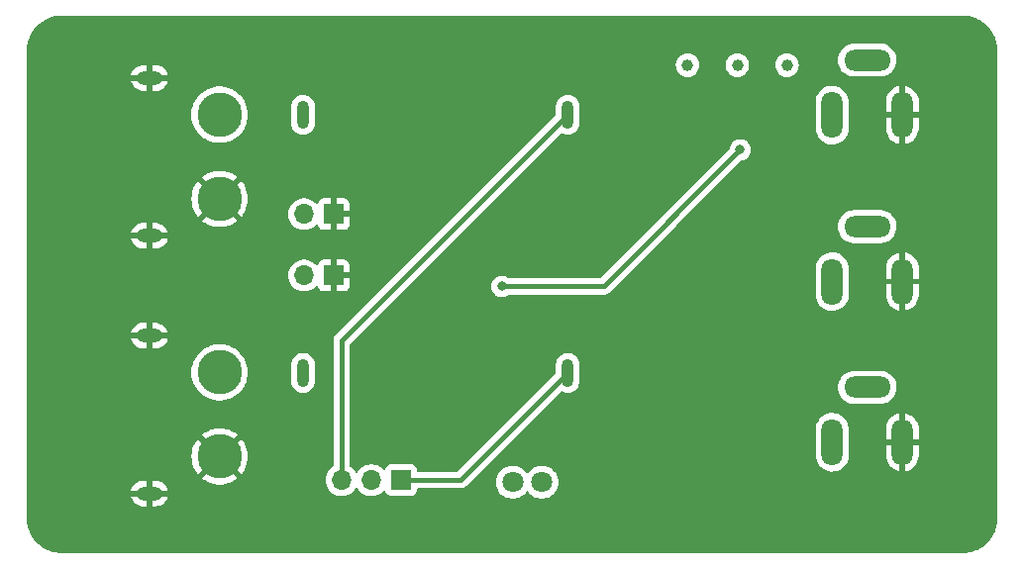
<source format=gbr>
%TF.GenerationSoftware,KiCad,Pcbnew,7.0.2*%
%TF.CreationDate,2023-07-03T14:04:12+02:00*%
%TF.ProjectId,Power Distribution,506f7765-7220-4446-9973-747269627574,V0*%
%TF.SameCoordinates,Original*%
%TF.FileFunction,Copper,L2,Bot*%
%TF.FilePolarity,Positive*%
%FSLAX46Y46*%
G04 Gerber Fmt 4.6, Leading zero omitted, Abs format (unit mm)*
G04 Created by KiCad (PCBNEW 7.0.2) date 2023-07-03 14:04:12*
%MOMM*%
%LPD*%
G01*
G04 APERTURE LIST*
%TA.AperFunction,ComponentPad*%
%ADD10R,1.700000X1.700000*%
%TD*%
%TA.AperFunction,ComponentPad*%
%ADD11O,1.700000X1.700000*%
%TD*%
%TA.AperFunction,ComponentPad*%
%ADD12C,1.000000*%
%TD*%
%TA.AperFunction,ComponentPad*%
%ADD13O,1.800000X4.000000*%
%TD*%
%TA.AperFunction,ComponentPad*%
%ADD14O,4.000000X1.800000*%
%TD*%
%TA.AperFunction,ComponentPad*%
%ADD15C,3.800000*%
%TD*%
%TA.AperFunction,ComponentPad*%
%ADD16O,2.200000X1.200000*%
%TD*%
%TA.AperFunction,ComponentPad*%
%ADD17O,1.000000X2.400000*%
%TD*%
%TA.AperFunction,ComponentPad*%
%ADD18C,1.800000*%
%TD*%
%TA.AperFunction,ViaPad*%
%ADD19C,0.800000*%
%TD*%
%TA.AperFunction,Conductor*%
%ADD20C,0.400000*%
%TD*%
G04 APERTURE END LIST*
D10*
%TO.P,J8,1,Pin_1*%
%TO.N,GND*%
X212250000Y-116750000D03*
D11*
%TO.P,J8,2,Pin_2*%
%TO.N,/AC{slash}DC output*%
X209710000Y-116750000D03*
%TD*%
D12*
%TO.P,TP1,1,1*%
%TO.N,/Switch*%
X242500000Y-104000000D03*
%TD*%
D13*
%TO.P,J3,1*%
%TO.N,/Vout*%
X254866000Y-108266000D03*
%TO.P,J3,2*%
%TO.N,GND*%
X260866000Y-108266000D03*
D14*
%TO.P,J3,3*%
%TO.N,unconnected-(J3-Pad3)*%
X257866000Y-103562000D03*
%TD*%
D13*
%TO.P,J5,1*%
%TO.N,/Vout*%
X254866000Y-136266000D03*
%TO.P,J5,2*%
%TO.N,GND*%
X260866000Y-136266000D03*
D14*
%TO.P,J5,3*%
%TO.N,unconnected-(J5-Pad3)*%
X257866000Y-131562000D03*
%TD*%
D15*
%TO.P,J1,1,V-*%
%TO.N,GND*%
X202489656Y-115439131D03*
%TO.P,J1,2,V+*%
%TO.N,/AC{slash}DC output*%
X202489656Y-108239131D03*
D16*
%TO.P,J1,3*%
%TO.N,GND*%
X196489656Y-105089131D03*
%TO.P,J1,4*%
X196489656Y-118589131D03*
%TD*%
D12*
%TO.P,TP3,1,1*%
%TO.N,/Vout*%
X251000000Y-104000000D03*
%TD*%
D17*
%TO.P,F1,1*%
%TO.N,/AC{slash}DC output*%
X209624001Y-108250000D03*
%TO.P,F1,2*%
%TO.N,/Mains*%
X232250001Y-108250000D03*
%TD*%
D13*
%TO.P,J4,1*%
%TO.N,/Vout*%
X254866000Y-122516000D03*
%TO.P,J4,2*%
%TO.N,GND*%
X260866000Y-122516000D03*
D14*
%TO.P,J4,3*%
%TO.N,unconnected-(J4-Pad3)*%
X257866000Y-117812000D03*
%TD*%
D18*
%TO.P,J7,1,Pin_1*%
%TO.N,/Vout*%
X230042746Y-139683984D03*
%TO.P,J7,2,Pin_2*%
%TO.N,Net-(J7-Pin_2)*%
X227540746Y-139683984D03*
%TD*%
D12*
%TO.P,TP2,1,1*%
%TO.N,/Supply*%
X246750000Y-104000000D03*
%TD*%
D15*
%TO.P,J2,1,V-*%
%TO.N,GND*%
X202485688Y-137490965D03*
%TO.P,J2,2,V+*%
%TO.N,/Battery output*%
X202485688Y-130290965D03*
D16*
%TO.P,J2,3*%
%TO.N,GND*%
X196485688Y-127140965D03*
%TO.P,J2,4*%
X196485688Y-140640965D03*
%TD*%
D10*
%TO.P,J9,1,Pin_1*%
%TO.N,GND*%
X212250000Y-122000000D03*
D11*
%TO.P,J9,2,Pin_2*%
%TO.N,/Battery output*%
X209710000Y-122000000D03*
%TD*%
D17*
%TO.P,F2,1*%
%TO.N,/Battery output*%
X209624000Y-130324463D03*
%TO.P,F2,2*%
%TO.N,/Battery*%
X232250000Y-130324463D03*
%TD*%
D10*
%TO.P,J6,1,Pin_1*%
%TO.N,/Battery*%
X218000000Y-139500000D03*
D11*
%TO.P,J6,2,Pin_2*%
%TO.N,/Switch*%
X215460000Y-139500000D03*
%TO.P,J6,3,Pin_3*%
%TO.N,/Mains*%
X212920000Y-139500000D03*
%TD*%
D19*
%TO.N,GND*%
X223449083Y-118889288D03*
%TO.N,Net-(Q2-G)*%
X226627458Y-122927728D03*
X247000000Y-111250000D03*
%TD*%
D20*
%TO.N,/Mains*%
X212920000Y-127580001D02*
X232250001Y-108250000D01*
X212920000Y-139500000D02*
X212920000Y-127580001D01*
%TO.N,/Battery*%
X218000000Y-139500000D02*
X223074463Y-139500000D01*
X223074463Y-139500000D02*
X232250000Y-130324463D01*
%TO.N,Net-(Q2-G)*%
X226627458Y-122927728D02*
X235322272Y-122927728D01*
X235322272Y-122927728D02*
X247000000Y-111250000D01*
%TD*%
%TA.AperFunction,Conductor*%
%TO.N,GND*%
G36*
X266003243Y-99750669D02*
G01*
X266133628Y-99757503D01*
X266313910Y-99767628D01*
X266326309Y-99768955D01*
X266475647Y-99792608D01*
X266635321Y-99819737D01*
X266646619Y-99822205D01*
X266796693Y-99862418D01*
X266949188Y-99906351D01*
X266959253Y-99909726D01*
X267104710Y-99965562D01*
X267107599Y-99966714D01*
X267251768Y-100026430D01*
X267260594Y-100030500D01*
X267400064Y-100101565D01*
X267403748Y-100103521D01*
X267493848Y-100153316D01*
X267539548Y-100178574D01*
X267547061Y-100183081D01*
X267678754Y-100268604D01*
X267682947Y-100271452D01*
X267809147Y-100360996D01*
X267815428Y-100365759D01*
X267937567Y-100464665D01*
X267942158Y-100468571D01*
X268057424Y-100571579D01*
X268062478Y-100576358D01*
X268173640Y-100687520D01*
X268178419Y-100692574D01*
X268281427Y-100807840D01*
X268285333Y-100812431D01*
X268384239Y-100934570D01*
X268389002Y-100940851D01*
X268478546Y-101067051D01*
X268481409Y-101071266D01*
X268566907Y-101202921D01*
X268571430Y-101210460D01*
X268646477Y-101346250D01*
X268648433Y-101349934D01*
X268719498Y-101489404D01*
X268723575Y-101498247D01*
X268783259Y-101642337D01*
X268784462Y-101645353D01*
X268840265Y-101790727D01*
X268843655Y-101800836D01*
X268887579Y-101953297D01*
X268927793Y-102103379D01*
X268930262Y-102114685D01*
X268957394Y-102274369D01*
X268981040Y-102423670D01*
X268982371Y-102436108D01*
X268992509Y-102616617D01*
X268999330Y-102746756D01*
X268999500Y-102753246D01*
X268999500Y-142746753D01*
X268999330Y-142753243D01*
X268992509Y-142883382D01*
X268982372Y-143063887D01*
X268981040Y-143076331D01*
X268957394Y-143225629D01*
X268930263Y-143385308D01*
X268927791Y-143396624D01*
X268887579Y-143546701D01*
X268843653Y-143699170D01*
X268840268Y-143709263D01*
X268784462Y-143854645D01*
X268783259Y-143857661D01*
X268723575Y-144001751D01*
X268719498Y-144010594D01*
X268648433Y-144150064D01*
X268646477Y-144153748D01*
X268571430Y-144289538D01*
X268566897Y-144297094D01*
X268481412Y-144428728D01*
X268478546Y-144432947D01*
X268389002Y-144559147D01*
X268384239Y-144565428D01*
X268285333Y-144687567D01*
X268281427Y-144692158D01*
X268178419Y-144807424D01*
X268173640Y-144812478D01*
X268062478Y-144923640D01*
X268057424Y-144928419D01*
X267942158Y-145031427D01*
X267937567Y-145035333D01*
X267815428Y-145134239D01*
X267809147Y-145139002D01*
X267682947Y-145228546D01*
X267678728Y-145231412D01*
X267547094Y-145316897D01*
X267539538Y-145321430D01*
X267403748Y-145396477D01*
X267400064Y-145398433D01*
X267260594Y-145469498D01*
X267251751Y-145473575D01*
X267107661Y-145533259D01*
X267104645Y-145534462D01*
X266959271Y-145590265D01*
X266949162Y-145593655D01*
X266796702Y-145637579D01*
X266646619Y-145677793D01*
X266635313Y-145680262D01*
X266475630Y-145707394D01*
X266326328Y-145731040D01*
X266313890Y-145732371D01*
X266133382Y-145742509D01*
X266003244Y-145749330D01*
X265996754Y-145749500D01*
X189003247Y-145749500D01*
X188996757Y-145749330D01*
X188866617Y-145742509D01*
X188686111Y-145732372D01*
X188673666Y-145731040D01*
X188524369Y-145707394D01*
X188364690Y-145680263D01*
X188353374Y-145677791D01*
X188203298Y-145637579D01*
X188050828Y-145593653D01*
X188040735Y-145590268D01*
X187895353Y-145534462D01*
X187892337Y-145533259D01*
X187748247Y-145473575D01*
X187739404Y-145469498D01*
X187599934Y-145398433D01*
X187596250Y-145396477D01*
X187460460Y-145321430D01*
X187452921Y-145316907D01*
X187321266Y-145231409D01*
X187317051Y-145228546D01*
X187190851Y-145139002D01*
X187184570Y-145134239D01*
X187062431Y-145035333D01*
X187057840Y-145031427D01*
X186942574Y-144928419D01*
X186937520Y-144923640D01*
X186826358Y-144812478D01*
X186821579Y-144807424D01*
X186718571Y-144692158D01*
X186714665Y-144687567D01*
X186615759Y-144565428D01*
X186610996Y-144559147D01*
X186521452Y-144432947D01*
X186518604Y-144428754D01*
X186433081Y-144297061D01*
X186428568Y-144289538D01*
X186353521Y-144153748D01*
X186351565Y-144150064D01*
X186280500Y-144010594D01*
X186276430Y-144001768D01*
X186216714Y-143857599D01*
X186215562Y-143854710D01*
X186159729Y-143709260D01*
X186156346Y-143699170D01*
X186112414Y-143546679D01*
X186107316Y-143527652D01*
X186072202Y-143396605D01*
X186069738Y-143385323D01*
X186042601Y-143225606D01*
X186018956Y-143076316D01*
X186017627Y-143063890D01*
X186007490Y-142883382D01*
X186000670Y-142753244D01*
X186000500Y-142746755D01*
X186000500Y-140390964D01*
X194910319Y-140390964D01*
X194910320Y-140390965D01*
X195819577Y-140390965D01*
X195780078Y-140415422D01*
X195712487Y-140504927D01*
X195681793Y-140612805D01*
X195692142Y-140724486D01*
X195742136Y-140824887D01*
X195814619Y-140890965D01*
X194914430Y-140890965D01*
X194941458Y-141002375D01*
X195028727Y-141193470D01*
X195150580Y-141364586D01*
X195302621Y-141509557D01*
X195479343Y-141623131D01*
X195674373Y-141701209D01*
X195880650Y-141740965D01*
X196235688Y-141740965D01*
X196235688Y-140940965D01*
X196735688Y-140940965D01*
X196735688Y-141740965D01*
X197035138Y-141740965D01*
X197041047Y-141740683D01*
X197194808Y-141726000D01*
X197396375Y-141666815D01*
X197583100Y-141570552D01*
X197748226Y-141440695D01*
X197885799Y-141281928D01*
X197990834Y-141100001D01*
X198059544Y-140901476D01*
X198061056Y-140890965D01*
X197151799Y-140890965D01*
X197191298Y-140866508D01*
X197258889Y-140777003D01*
X197289583Y-140669125D01*
X197279234Y-140557444D01*
X197229240Y-140457043D01*
X197156757Y-140390965D01*
X198056945Y-140390965D01*
X198029917Y-140279554D01*
X197942648Y-140088459D01*
X197820795Y-139917343D01*
X197668754Y-139772372D01*
X197492032Y-139658798D01*
X197297002Y-139580720D01*
X197090726Y-139540965D01*
X196735688Y-139540965D01*
X196735688Y-140340965D01*
X196235688Y-140340965D01*
X196235688Y-139540965D01*
X195936238Y-139540965D01*
X195930328Y-139541246D01*
X195776567Y-139555929D01*
X195575000Y-139615114D01*
X195388275Y-139711377D01*
X195223149Y-139841234D01*
X195085576Y-140000001D01*
X194980541Y-140181928D01*
X194911831Y-140380453D01*
X194910319Y-140390964D01*
X186000500Y-140390964D01*
X186000500Y-137494859D01*
X200081188Y-137494859D01*
X200099660Y-137788465D01*
X200100634Y-137796185D01*
X200155761Y-138085171D01*
X200157697Y-138092710D01*
X200248609Y-138372506D01*
X200251469Y-138379730D01*
X200376738Y-138645941D01*
X200380480Y-138652747D01*
X200538118Y-138901146D01*
X200542694Y-138907444D01*
X200621000Y-139002099D01*
X201406661Y-138216437D01*
X201486026Y-138329781D01*
X201646872Y-138490627D01*
X201760214Y-138569990D01*
X200972252Y-139357951D01*
X201194008Y-139519067D01*
X201200579Y-139523237D01*
X201458382Y-139664965D01*
X201465421Y-139668278D01*
X201738958Y-139776578D01*
X201746353Y-139778981D01*
X202031313Y-139852147D01*
X202038944Y-139853602D01*
X202330828Y-139890476D01*
X202338587Y-139890965D01*
X202632789Y-139890965D01*
X202640547Y-139890476D01*
X202932431Y-139853602D01*
X202940062Y-139852147D01*
X203225022Y-139778981D01*
X203232417Y-139776578D01*
X203505954Y-139668278D01*
X203512993Y-139664965D01*
X203770796Y-139523237D01*
X203777366Y-139519067D01*
X203803609Y-139500000D01*
X211556843Y-139500000D01*
X211575435Y-139724363D01*
X211575435Y-139724366D01*
X211575436Y-139724368D01*
X211624118Y-139916610D01*
X211630705Y-139942618D01*
X211721138Y-140148788D01*
X211721140Y-140148791D01*
X211844278Y-140337268D01*
X211996760Y-140502906D01*
X212174424Y-140641189D01*
X212372426Y-140748342D01*
X212585365Y-140821444D01*
X212807431Y-140858500D01*
X213032569Y-140858500D01*
X213254635Y-140821444D01*
X213467574Y-140748342D01*
X213665576Y-140641189D01*
X213843240Y-140502906D01*
X213995722Y-140337268D01*
X214086191Y-140198793D01*
X214139336Y-140153438D01*
X214208567Y-140144014D01*
X214271903Y-140173515D01*
X214293807Y-140198794D01*
X214384275Y-140337265D01*
X214384277Y-140337267D01*
X214384278Y-140337268D01*
X214536760Y-140502906D01*
X214714424Y-140641189D01*
X214912426Y-140748342D01*
X215125365Y-140821444D01*
X215347431Y-140858500D01*
X215572569Y-140858500D01*
X215794635Y-140821444D01*
X216007574Y-140748342D01*
X216205576Y-140641189D01*
X216383240Y-140502906D01*
X216446452Y-140434239D01*
X216506337Y-140398251D01*
X216576175Y-140400351D01*
X216633791Y-140439875D01*
X216653861Y-140474889D01*
X216699110Y-140596204D01*
X216786738Y-140713261D01*
X216903796Y-140800889D01*
X217040794Y-140851988D01*
X217040797Y-140851988D01*
X217040799Y-140851989D01*
X217101362Y-140858500D01*
X217104672Y-140858500D01*
X218895328Y-140858500D01*
X218898638Y-140858500D01*
X218959201Y-140851989D01*
X218959203Y-140851988D01*
X218959205Y-140851988D01*
X219041097Y-140821443D01*
X219096204Y-140800889D01*
X219213261Y-140713261D01*
X219300889Y-140596204D01*
X219351989Y-140459201D01*
X219358500Y-140398638D01*
X219358500Y-140332500D01*
X219378185Y-140265461D01*
X219430989Y-140219706D01*
X219482500Y-140208500D01*
X223049300Y-140208500D01*
X223056787Y-140208726D01*
X223117556Y-140212402D01*
X223177457Y-140201424D01*
X223184827Y-140200303D01*
X223245264Y-140192965D01*
X223254961Y-140189287D01*
X223276587Y-140183259D01*
X223286792Y-140181389D01*
X223342313Y-140156400D01*
X223349215Y-140153542D01*
X223389652Y-140138205D01*
X223406138Y-140131954D01*
X223414682Y-140126055D01*
X223434217Y-140115037D01*
X223443689Y-140110775D01*
X223491625Y-140073217D01*
X223497606Y-140068816D01*
X223547736Y-140034215D01*
X223588136Y-139988611D01*
X223593223Y-139983208D01*
X223892448Y-139683983D01*
X226127418Y-139683983D01*
X226146694Y-139916605D01*
X226203997Y-140142892D01*
X226297762Y-140356653D01*
X226425430Y-140552065D01*
X226507474Y-140641188D01*
X226583526Y-140723802D01*
X226767729Y-140867174D01*
X226973019Y-140978271D01*
X227028213Y-140997219D01*
X227193792Y-141054064D01*
X227424034Y-141092484D01*
X227657458Y-141092484D01*
X227887699Y-141054064D01*
X227998085Y-141016167D01*
X228108473Y-140978271D01*
X228313763Y-140867174D01*
X228497966Y-140723802D01*
X228656060Y-140552067D01*
X228687937Y-140503274D01*
X228741083Y-140457918D01*
X228810314Y-140448494D01*
X228873650Y-140477996D01*
X228895553Y-140503273D01*
X228927432Y-140552067D01*
X229085526Y-140723802D01*
X229269729Y-140867174D01*
X229475019Y-140978271D01*
X229530213Y-140997219D01*
X229695792Y-141054064D01*
X229926034Y-141092484D01*
X230159458Y-141092484D01*
X230389699Y-141054064D01*
X230500084Y-141016167D01*
X230610473Y-140978271D01*
X230815763Y-140867174D01*
X230999966Y-140723802D01*
X231158060Y-140552067D01*
X231285730Y-140356653D01*
X231379495Y-140142891D01*
X231436797Y-139916610D01*
X231456073Y-139683984D01*
X231436797Y-139451358D01*
X231379495Y-139225077D01*
X231285730Y-139011315D01*
X231178092Y-138846562D01*
X231158061Y-138815902D01*
X230999965Y-138644165D01*
X230940749Y-138598075D01*
X230815763Y-138500794D01*
X230610473Y-138389697D01*
X230610472Y-138389696D01*
X230610471Y-138389696D01*
X230389699Y-138313903D01*
X230159458Y-138275484D01*
X229926034Y-138275484D01*
X229695792Y-138313903D01*
X229475020Y-138389696D01*
X229269729Y-138500794D01*
X229085526Y-138644165D01*
X228927429Y-138815904D01*
X228895554Y-138864693D01*
X228842408Y-138910050D01*
X228773177Y-138919473D01*
X228709841Y-138889971D01*
X228687938Y-138864693D01*
X228656062Y-138815904D01*
X228656061Y-138815903D01*
X228656060Y-138815901D01*
X228497966Y-138644166D01*
X228477495Y-138628233D01*
X228438749Y-138598075D01*
X228313763Y-138500794D01*
X228108473Y-138389697D01*
X228108472Y-138389696D01*
X228108471Y-138389696D01*
X227887699Y-138313903D01*
X227657458Y-138275484D01*
X227424034Y-138275484D01*
X227193792Y-138313903D01*
X226973020Y-138389696D01*
X226767729Y-138500794D01*
X226583526Y-138644165D01*
X226425430Y-138815902D01*
X226297762Y-139011314D01*
X226203997Y-139225075D01*
X226146694Y-139451362D01*
X226127418Y-139683983D01*
X223892448Y-139683983D01*
X228530315Y-135046116D01*
X253457499Y-135046116D01*
X253457500Y-136264698D01*
X253457500Y-137425827D01*
X253457722Y-137428442D01*
X253457723Y-137428452D01*
X253472740Y-137604896D01*
X253533155Y-137836925D01*
X253631913Y-138055401D01*
X253764560Y-138251657D01*
X253766175Y-138254047D01*
X253932075Y-138427144D01*
X254124843Y-138569715D01*
X254338933Y-138677657D01*
X254568185Y-138747864D01*
X254806005Y-138778318D01*
X255045551Y-138768143D01*
X255279932Y-138717630D01*
X255502404Y-138628233D01*
X255706569Y-138502524D01*
X255886551Y-138344119D01*
X256037175Y-138157576D01*
X256154105Y-137948260D01*
X256233980Y-137722194D01*
X256251745Y-137618588D01*
X256274500Y-137485883D01*
X256274500Y-136015999D01*
X259465999Y-136015999D01*
X259466000Y-136016000D01*
X260266000Y-136016000D01*
X260266000Y-136516000D01*
X259466000Y-136516000D01*
X259466000Y-137422841D01*
X259466223Y-137428097D01*
X259481148Y-137603455D01*
X259541198Y-137834083D01*
X259639360Y-138051241D01*
X259772811Y-138248687D01*
X259937711Y-138420741D01*
X260129315Y-138562450D01*
X260342113Y-138669741D01*
X260569983Y-138739525D01*
X260616000Y-138745417D01*
X260616000Y-137861881D01*
X260709369Y-137900556D01*
X260866000Y-137921177D01*
X261022631Y-137900556D01*
X261116000Y-137861881D01*
X261116000Y-138744264D01*
X261277436Y-138709473D01*
X261498560Y-138620617D01*
X261701497Y-138495664D01*
X261880394Y-138338215D01*
X262030106Y-138152800D01*
X262146332Y-137944749D01*
X262225726Y-137720042D01*
X262266000Y-137485160D01*
X262266000Y-136516000D01*
X261466000Y-136516000D01*
X261466000Y-136016000D01*
X262266000Y-136016000D01*
X262266000Y-135109158D01*
X262265776Y-135103902D01*
X262250851Y-134928544D01*
X262190801Y-134697916D01*
X262092639Y-134480758D01*
X261959188Y-134283312D01*
X261794288Y-134111258D01*
X261602684Y-133969549D01*
X261389886Y-133862258D01*
X261162017Y-133792474D01*
X261115999Y-133786581D01*
X261115999Y-134670117D01*
X261022631Y-134631444D01*
X260866000Y-134610823D01*
X260709369Y-134631444D01*
X260616000Y-134670118D01*
X260616000Y-133787734D01*
X260615999Y-133787734D01*
X260454565Y-133822526D01*
X260233437Y-133911383D01*
X260030502Y-134036335D01*
X259851605Y-134193784D01*
X259701893Y-134379199D01*
X259585667Y-134587250D01*
X259506273Y-134811957D01*
X259466000Y-135046839D01*
X259465999Y-136015999D01*
X256274500Y-136015999D01*
X256274500Y-135108804D01*
X256274500Y-135106173D01*
X256259259Y-134927102D01*
X256229278Y-134811957D01*
X256198844Y-134695074D01*
X256100086Y-134476598D01*
X255965825Y-134277953D01*
X255799924Y-134104855D01*
X255607157Y-133962285D01*
X255393067Y-133854343D01*
X255163815Y-133784136D01*
X255163814Y-133784136D01*
X254925995Y-133753682D01*
X254925991Y-133753682D01*
X254686451Y-133763856D01*
X254452066Y-133814370D01*
X254229599Y-133903765D01*
X254025429Y-134029477D01*
X253845449Y-134187880D01*
X253694824Y-134374423D01*
X253577895Y-134583738D01*
X253498018Y-134809810D01*
X253457499Y-135046116D01*
X228530315Y-135046116D01*
X231636552Y-131939879D01*
X231697873Y-131906396D01*
X231767565Y-131911380D01*
X231782681Y-131918202D01*
X231862196Y-131960704D01*
X232052299Y-132018371D01*
X232250000Y-132037843D01*
X232447701Y-132018371D01*
X232637804Y-131960704D01*
X232813004Y-131867058D01*
X232966568Y-131741031D01*
X233092595Y-131587467D01*
X233138274Y-131502008D01*
X255353682Y-131502008D01*
X255363856Y-131741548D01*
X255414370Y-131975933D01*
X255503765Y-132198400D01*
X255503767Y-132198404D01*
X255629476Y-132402569D01*
X255629477Y-132402570D01*
X255787880Y-132582550D01*
X255974423Y-132733175D01*
X256183738Y-132850104D01*
X256183740Y-132850105D01*
X256409806Y-132929980D01*
X256409808Y-132929980D01*
X256409810Y-132929981D01*
X256646117Y-132970500D01*
X256646119Y-132970500D01*
X259023196Y-132970500D01*
X259025827Y-132970500D01*
X259204898Y-132955259D01*
X259359582Y-132914982D01*
X259436925Y-132894844D01*
X259546163Y-132845465D01*
X259655402Y-132796086D01*
X259854047Y-132661825D01*
X260027144Y-132495925D01*
X260169715Y-132303157D01*
X260277657Y-132089067D01*
X260347864Y-131859815D01*
X260378318Y-131621995D01*
X260368143Y-131382449D01*
X260317630Y-131148068D01*
X260228233Y-130925596D01*
X260102524Y-130721431D01*
X259944119Y-130541449D01*
X259845941Y-130462175D01*
X259757576Y-130390824D01*
X259548261Y-130273895D01*
X259322189Y-130194018D01*
X259085883Y-130153500D01*
X259085881Y-130153500D01*
X256706173Y-130153500D01*
X256703558Y-130153722D01*
X256703547Y-130153723D01*
X256527103Y-130168740D01*
X256295074Y-130229155D01*
X256076598Y-130327913D01*
X255877953Y-130462174D01*
X255704855Y-130628075D01*
X255562285Y-130820842D01*
X255454343Y-131034932D01*
X255397005Y-131222164D01*
X255384136Y-131264185D01*
X255359886Y-131453563D01*
X255353682Y-131502008D01*
X233138274Y-131502008D01*
X233186241Y-131412267D01*
X233243908Y-131222164D01*
X233258500Y-131074010D01*
X233258500Y-129574916D01*
X233243908Y-129426762D01*
X233186241Y-129236659D01*
X233092595Y-129061459D01*
X232966568Y-128907895D01*
X232813004Y-128781868D01*
X232813003Y-128781867D01*
X232718390Y-128731296D01*
X232637804Y-128688222D01*
X232447701Y-128630555D01*
X232447698Y-128630554D01*
X232274247Y-128613471D01*
X232250000Y-128611083D01*
X232249999Y-128611083D01*
X232052301Y-128630554D01*
X231988931Y-128649777D01*
X231862196Y-128688222D01*
X231862192Y-128688223D01*
X231862192Y-128688224D01*
X231686996Y-128781867D01*
X231533432Y-128907895D01*
X231407404Y-129061459D01*
X231313761Y-129236655D01*
X231313759Y-129236659D01*
X231275314Y-129363394D01*
X231256091Y-129426764D01*
X231241798Y-129571881D01*
X231241797Y-129571899D01*
X231241500Y-129574916D01*
X231241500Y-129577965D01*
X231241500Y-130279631D01*
X231221815Y-130346670D01*
X231205181Y-130367312D01*
X222817312Y-138755181D01*
X222755989Y-138788666D01*
X222729631Y-138791500D01*
X219482500Y-138791500D01*
X219415461Y-138771815D01*
X219369706Y-138719011D01*
X219358500Y-138667500D01*
X219358500Y-138604671D01*
X219358500Y-138604670D01*
X219358500Y-138601362D01*
X219351989Y-138540799D01*
X219351988Y-138540797D01*
X219351988Y-138540794D01*
X219300889Y-138403796D01*
X219213261Y-138286738D01*
X219096203Y-138199110D01*
X218959205Y-138148011D01*
X218901924Y-138141853D01*
X218901918Y-138141852D01*
X218898638Y-138141500D01*
X217101362Y-138141500D01*
X217098082Y-138141852D01*
X217098075Y-138141853D01*
X217040794Y-138148011D01*
X216903796Y-138199110D01*
X216786738Y-138286738D01*
X216699110Y-138403796D01*
X216653861Y-138525110D01*
X216611989Y-138581043D01*
X216546524Y-138605459D01*
X216478252Y-138590606D01*
X216446451Y-138565758D01*
X216383242Y-138497096D01*
X216383241Y-138497095D01*
X216383240Y-138497094D01*
X216205576Y-138358811D01*
X216007574Y-138251658D01*
X216007573Y-138251657D01*
X216007572Y-138251657D01*
X215794636Y-138178556D01*
X215572569Y-138141500D01*
X215347431Y-138141500D01*
X215125363Y-138178556D01*
X214912427Y-138251657D01*
X214714424Y-138358811D01*
X214536760Y-138497094D01*
X214384277Y-138662732D01*
X214293809Y-138801205D01*
X214240663Y-138846562D01*
X214171431Y-138855986D01*
X214108095Y-138826484D01*
X214086191Y-138801205D01*
X213995722Y-138662732D01*
X213843239Y-138497093D01*
X213676337Y-138367186D01*
X213635524Y-138310475D01*
X213628500Y-138269333D01*
X213628500Y-127924832D01*
X213648185Y-127857793D01*
X213664814Y-127837156D01*
X218574243Y-122927727D01*
X225713954Y-122927727D01*
X225733916Y-123117657D01*
X225792930Y-123299284D01*
X225888415Y-123464669D01*
X225888418Y-123464672D01*
X226016205Y-123606594D01*
X226089588Y-123659910D01*
X226170706Y-123718846D01*
X226345172Y-123796523D01*
X226531969Y-123836228D01*
X226531971Y-123836228D01*
X226722947Y-123836228D01*
X226909743Y-123796523D01*
X226909744Y-123796522D01*
X226909746Y-123796522D01*
X227084210Y-123718846D01*
X227165327Y-123659910D01*
X227231134Y-123636430D01*
X227238214Y-123636228D01*
X235297109Y-123636228D01*
X235304596Y-123636454D01*
X235365365Y-123640130D01*
X235425266Y-123629152D01*
X235432636Y-123628031D01*
X235493073Y-123620693D01*
X235502770Y-123617015D01*
X235524396Y-123610987D01*
X235534601Y-123609117D01*
X235590122Y-123584128D01*
X235597024Y-123581270D01*
X235637461Y-123565933D01*
X235653947Y-123559682D01*
X235662491Y-123553783D01*
X235682026Y-123542765D01*
X235691498Y-123538503D01*
X235739434Y-123500945D01*
X235745415Y-123496544D01*
X235795545Y-123461943D01*
X235835945Y-123416339D01*
X235841032Y-123410936D01*
X237955852Y-121296116D01*
X253457499Y-121296116D01*
X253457500Y-122484680D01*
X253457500Y-123675827D01*
X253457722Y-123678442D01*
X253457723Y-123678452D01*
X253472740Y-123854896D01*
X253533155Y-124086925D01*
X253631913Y-124305401D01*
X253700972Y-124407576D01*
X253766175Y-124504047D01*
X253932075Y-124677144D01*
X254124843Y-124819715D01*
X254338933Y-124927657D01*
X254568185Y-124997864D01*
X254806005Y-125028318D01*
X255045551Y-125018143D01*
X255279932Y-124967630D01*
X255502404Y-124878233D01*
X255706569Y-124752524D01*
X255886551Y-124594119D01*
X256037175Y-124407576D01*
X256154105Y-124198260D01*
X256233980Y-123972194D01*
X256251745Y-123868588D01*
X256274500Y-123735883D01*
X256274500Y-122265999D01*
X259465999Y-122265999D01*
X259466000Y-122266000D01*
X260266000Y-122266000D01*
X260266000Y-122766000D01*
X259466000Y-122766000D01*
X259466000Y-123672841D01*
X259466223Y-123678097D01*
X259481148Y-123853455D01*
X259541198Y-124084083D01*
X259639360Y-124301241D01*
X259772811Y-124498687D01*
X259937711Y-124670741D01*
X260129315Y-124812450D01*
X260342113Y-124919741D01*
X260569983Y-124989525D01*
X260616000Y-124995417D01*
X260616000Y-124111881D01*
X260709369Y-124150556D01*
X260866000Y-124171177D01*
X261022631Y-124150556D01*
X261116000Y-124111881D01*
X261116000Y-124994264D01*
X261277436Y-124959473D01*
X261498560Y-124870617D01*
X261701497Y-124745664D01*
X261880394Y-124588215D01*
X262030106Y-124402800D01*
X262146332Y-124194749D01*
X262225726Y-123970042D01*
X262266000Y-123735160D01*
X262266000Y-122766000D01*
X261466000Y-122766000D01*
X261466000Y-122266000D01*
X262266000Y-122266000D01*
X262266000Y-121359158D01*
X262265776Y-121353902D01*
X262250851Y-121178544D01*
X262190801Y-120947916D01*
X262092639Y-120730758D01*
X261959188Y-120533312D01*
X261794288Y-120361258D01*
X261602684Y-120219549D01*
X261389886Y-120112258D01*
X261162017Y-120042474D01*
X261115999Y-120036581D01*
X261115999Y-120920117D01*
X261022631Y-120881444D01*
X260866000Y-120860823D01*
X260709369Y-120881444D01*
X260616000Y-120920118D01*
X260616000Y-120037734D01*
X260615999Y-120037734D01*
X260454565Y-120072526D01*
X260233437Y-120161383D01*
X260030502Y-120286335D01*
X259851605Y-120443784D01*
X259701893Y-120629199D01*
X259585667Y-120837250D01*
X259506273Y-121061957D01*
X259466000Y-121296839D01*
X259465999Y-122265999D01*
X256274500Y-122265999D01*
X256274500Y-121358804D01*
X256274500Y-121356173D01*
X256259259Y-121177102D01*
X256229278Y-121061957D01*
X256198844Y-120945074D01*
X256100086Y-120726598D01*
X255965825Y-120527953D01*
X255799924Y-120354855D01*
X255607157Y-120212285D01*
X255393067Y-120104343D01*
X255163815Y-120034136D01*
X255163814Y-120034136D01*
X254925995Y-120003682D01*
X254925991Y-120003682D01*
X254686451Y-120013856D01*
X254452066Y-120064370D01*
X254229599Y-120153765D01*
X254025429Y-120279477D01*
X253845449Y-120437880D01*
X253694824Y-120624423D01*
X253577895Y-120833738D01*
X253498018Y-121059810D01*
X253457499Y-121296116D01*
X237955852Y-121296116D01*
X241499960Y-117752008D01*
X255353682Y-117752008D01*
X255363856Y-117991548D01*
X255414370Y-118225933D01*
X255503765Y-118448400D01*
X255503767Y-118448404D01*
X255538990Y-118505610D01*
X255629477Y-118652570D01*
X255787880Y-118832550D01*
X255974423Y-118983175D01*
X256183738Y-119100104D01*
X256183740Y-119100105D01*
X256409806Y-119179980D01*
X256409808Y-119179980D01*
X256409810Y-119179981D01*
X256646117Y-119220500D01*
X256646119Y-119220500D01*
X259023196Y-119220500D01*
X259025827Y-119220500D01*
X259204898Y-119205259D01*
X259359582Y-119164982D01*
X259436925Y-119144844D01*
X259546162Y-119095465D01*
X259655402Y-119046086D01*
X259854047Y-118911825D01*
X260027144Y-118745925D01*
X260169715Y-118553157D01*
X260277657Y-118339067D01*
X260347864Y-118109815D01*
X260378318Y-117871995D01*
X260368143Y-117632449D01*
X260317630Y-117398068D01*
X260228233Y-117175596D01*
X260102524Y-116971431D01*
X259944119Y-116791449D01*
X259879325Y-116739131D01*
X259757576Y-116640824D01*
X259548261Y-116523895D01*
X259322189Y-116444018D01*
X259085883Y-116403500D01*
X259085881Y-116403500D01*
X256706173Y-116403500D01*
X256703558Y-116403722D01*
X256703547Y-116403723D01*
X256527103Y-116418740D01*
X256295074Y-116479155D01*
X256076598Y-116577913D01*
X255877953Y-116712174D01*
X255704855Y-116878075D01*
X255562285Y-117070842D01*
X255454343Y-117284932D01*
X255391723Y-117489412D01*
X255384136Y-117514185D01*
X255356866Y-117727147D01*
X255353682Y-117752008D01*
X241499960Y-117752008D01*
X247066954Y-112185015D01*
X247128275Y-112151532D01*
X247128852Y-112151408D01*
X247282285Y-112118795D01*
X247282286Y-112118794D01*
X247282288Y-112118794D01*
X247456752Y-112041118D01*
X247611253Y-111928866D01*
X247739040Y-111786944D01*
X247834527Y-111621556D01*
X247893542Y-111439928D01*
X247913504Y-111250000D01*
X247893542Y-111060072D01*
X247834527Y-110878444D01*
X247834527Y-110878443D01*
X247739042Y-110713058D01*
X247680131Y-110647631D01*
X247611253Y-110571134D01*
X247456752Y-110458882D01*
X247456751Y-110458881D01*
X247282285Y-110381204D01*
X247095489Y-110341500D01*
X247095487Y-110341500D01*
X246904513Y-110341500D01*
X246904511Y-110341500D01*
X246717714Y-110381204D01*
X246543248Y-110458881D01*
X246388748Y-110571133D01*
X246260957Y-110713058D01*
X246165472Y-110878443D01*
X246106458Y-111060070D01*
X246101476Y-111107474D01*
X246074891Y-111172088D01*
X246065836Y-111182192D01*
X235065121Y-122182909D01*
X235003798Y-122216394D01*
X234977440Y-122219228D01*
X227238214Y-122219228D01*
X227171175Y-122199543D01*
X227165328Y-122195546D01*
X227084209Y-122136609D01*
X226909743Y-122058932D01*
X226722947Y-122019228D01*
X226722945Y-122019228D01*
X226531971Y-122019228D01*
X226531969Y-122019228D01*
X226345172Y-122058932D01*
X226170706Y-122136609D01*
X226016206Y-122248861D01*
X225888415Y-122390786D01*
X225792930Y-122556171D01*
X225733916Y-122737798D01*
X225713954Y-122927727D01*
X218574243Y-122927727D01*
X231636553Y-109865416D01*
X231697874Y-109831933D01*
X231767566Y-109836917D01*
X231782682Y-109843739D01*
X231862197Y-109886241D01*
X232052300Y-109943908D01*
X232250001Y-109963380D01*
X232447702Y-109943908D01*
X232637805Y-109886241D01*
X232813005Y-109792595D01*
X232966569Y-109666568D01*
X233092596Y-109513004D01*
X233186242Y-109337804D01*
X233243909Y-109147701D01*
X233258501Y-108999547D01*
X233258501Y-107500453D01*
X233243909Y-107352299D01*
X233186242Y-107162196D01*
X233124196Y-107046116D01*
X253457499Y-107046116D01*
X253457500Y-108235236D01*
X253457500Y-109425827D01*
X253457722Y-109428442D01*
X253457723Y-109428452D01*
X253472740Y-109604896D01*
X253533155Y-109836925D01*
X253631913Y-110055401D01*
X253766174Y-110254046D01*
X253789696Y-110278588D01*
X253932075Y-110427144D01*
X254124843Y-110569715D01*
X254338933Y-110677657D01*
X254568185Y-110747864D01*
X254806005Y-110778318D01*
X255045551Y-110768143D01*
X255279932Y-110717630D01*
X255502404Y-110628233D01*
X255706569Y-110502524D01*
X255886551Y-110344119D01*
X256037175Y-110157576D01*
X256154105Y-109948260D01*
X256233980Y-109722194D01*
X256251745Y-109618588D01*
X256274500Y-109485883D01*
X256274500Y-108015999D01*
X259465999Y-108015999D01*
X259466000Y-108016000D01*
X260266000Y-108016000D01*
X260266000Y-108516000D01*
X259466000Y-108516000D01*
X259466000Y-109422841D01*
X259466223Y-109428097D01*
X259481148Y-109603455D01*
X259541198Y-109834083D01*
X259639360Y-110051241D01*
X259772811Y-110248687D01*
X259937711Y-110420741D01*
X260129315Y-110562450D01*
X260342113Y-110669741D01*
X260569983Y-110739525D01*
X260616000Y-110745417D01*
X260616000Y-109861881D01*
X260709369Y-109900556D01*
X260866000Y-109921177D01*
X261022631Y-109900556D01*
X261116000Y-109861881D01*
X261116000Y-110744264D01*
X261277436Y-110709473D01*
X261498560Y-110620617D01*
X261701497Y-110495664D01*
X261880394Y-110338215D01*
X262030106Y-110152800D01*
X262146332Y-109944749D01*
X262225726Y-109720042D01*
X262266000Y-109485160D01*
X262266000Y-108516000D01*
X261466000Y-108516000D01*
X261466000Y-108016000D01*
X262266000Y-108016000D01*
X262266000Y-107109158D01*
X262265776Y-107103902D01*
X262250851Y-106928544D01*
X262190801Y-106697916D01*
X262092639Y-106480758D01*
X261959188Y-106283312D01*
X261794288Y-106111258D01*
X261602684Y-105969549D01*
X261389886Y-105862258D01*
X261162017Y-105792474D01*
X261115999Y-105786581D01*
X261115999Y-106670117D01*
X261022631Y-106631444D01*
X260866000Y-106610823D01*
X260709369Y-106631444D01*
X260616000Y-106670118D01*
X260616000Y-105787734D01*
X260615999Y-105787734D01*
X260454565Y-105822526D01*
X260233437Y-105911383D01*
X260030502Y-106036335D01*
X259851605Y-106193784D01*
X259701893Y-106379199D01*
X259585667Y-106587250D01*
X259506273Y-106811957D01*
X259466000Y-107046839D01*
X259465999Y-108015999D01*
X256274500Y-108015999D01*
X256274500Y-107108804D01*
X256274500Y-107106173D01*
X256259259Y-106927102D01*
X256229278Y-106811957D01*
X256198844Y-106695074D01*
X256100086Y-106476598D01*
X255965825Y-106277953D01*
X255799924Y-106104855D01*
X255607157Y-105962285D01*
X255393067Y-105854343D01*
X255163815Y-105784136D01*
X254925995Y-105753682D01*
X254925991Y-105753682D01*
X254686451Y-105763856D01*
X254452066Y-105814370D01*
X254229599Y-105903765D01*
X254025429Y-106029477D01*
X253845449Y-106187880D01*
X253694824Y-106374423D01*
X253577895Y-106583738D01*
X253498018Y-106809810D01*
X253457499Y-107046116D01*
X233124196Y-107046116D01*
X233092596Y-106986996D01*
X232966569Y-106833432D01*
X232813005Y-106707405D01*
X232813004Y-106707404D01*
X232670891Y-106631444D01*
X232637805Y-106613759D01*
X232447702Y-106556092D01*
X232447699Y-106556091D01*
X232250001Y-106536620D01*
X232052302Y-106556091D01*
X231988932Y-106575314D01*
X231862197Y-106613759D01*
X231862193Y-106613760D01*
X231862193Y-106613761D01*
X231686997Y-106707404D01*
X231533433Y-106833432D01*
X231407405Y-106986996D01*
X231342109Y-107109158D01*
X231313760Y-107162196D01*
X231275315Y-107288931D01*
X231256092Y-107352301D01*
X231241799Y-107497418D01*
X231241798Y-107497436D01*
X231241501Y-107500453D01*
X231241501Y-107503502D01*
X231241501Y-108205167D01*
X231221816Y-108272206D01*
X231205182Y-108292848D01*
X212436804Y-127061225D01*
X212431352Y-127066358D01*
X212385783Y-127106729D01*
X212351201Y-127156828D01*
X212346765Y-127162857D01*
X212309225Y-127210774D01*
X212304964Y-127220241D01*
X212293946Y-127239776D01*
X212288045Y-127248326D01*
X212266457Y-127305246D01*
X212263593Y-127312162D01*
X212238610Y-127367672D01*
X212236738Y-127377890D01*
X212230714Y-127399497D01*
X212227035Y-127409197D01*
X212219696Y-127469633D01*
X212218569Y-127477032D01*
X212207597Y-127536906D01*
X212211274Y-127597675D01*
X212211500Y-127605162D01*
X212211500Y-138269333D01*
X212191815Y-138336372D01*
X212163663Y-138367186D01*
X211996760Y-138497093D01*
X211844279Y-138662730D01*
X211721138Y-138851211D01*
X211630705Y-139057381D01*
X211575435Y-139275636D01*
X211556843Y-139500000D01*
X203803609Y-139500000D01*
X203999121Y-139357951D01*
X203999122Y-139357951D01*
X203211161Y-138569990D01*
X203324504Y-138490627D01*
X203485350Y-138329781D01*
X203564713Y-138216437D01*
X204350374Y-139002098D01*
X204428685Y-138907439D01*
X204433256Y-138901147D01*
X204590895Y-138652747D01*
X204594637Y-138645941D01*
X204719906Y-138379730D01*
X204722766Y-138372506D01*
X204813678Y-138092710D01*
X204815614Y-138085171D01*
X204870741Y-137796185D01*
X204871715Y-137788465D01*
X204890188Y-137494859D01*
X204890188Y-137487070D01*
X204871715Y-137193464D01*
X204870741Y-137185744D01*
X204815614Y-136896758D01*
X204813678Y-136889219D01*
X204722766Y-136609423D01*
X204719906Y-136602199D01*
X204594637Y-136335988D01*
X204590895Y-136329182D01*
X204433257Y-136080783D01*
X204428681Y-136074485D01*
X204350374Y-135979829D01*
X203564713Y-136765490D01*
X203485350Y-136652149D01*
X203324504Y-136491303D01*
X203211159Y-136411938D01*
X203999122Y-135623977D01*
X203777367Y-135462862D01*
X203770796Y-135458692D01*
X203512993Y-135316964D01*
X203505954Y-135313651D01*
X203232417Y-135205351D01*
X203225022Y-135202948D01*
X202940062Y-135129782D01*
X202932431Y-135128327D01*
X202640547Y-135091453D01*
X202632789Y-135090965D01*
X202338587Y-135090965D01*
X202330828Y-135091453D01*
X202038944Y-135128327D01*
X202031313Y-135129782D01*
X201746353Y-135202948D01*
X201738958Y-135205351D01*
X201465421Y-135313651D01*
X201458382Y-135316964D01*
X201200587Y-135458688D01*
X201193997Y-135462870D01*
X200972253Y-135623976D01*
X200972252Y-135623977D01*
X201760214Y-136411939D01*
X201646872Y-136491303D01*
X201486026Y-136652149D01*
X201406662Y-136765491D01*
X200621000Y-135979829D01*
X200542683Y-136074499D01*
X200538122Y-136080777D01*
X200380480Y-136329182D01*
X200376738Y-136335988D01*
X200251469Y-136602199D01*
X200248609Y-136609423D01*
X200157697Y-136889219D01*
X200155761Y-136896758D01*
X200100634Y-137185744D01*
X200099660Y-137193464D01*
X200081188Y-137487070D01*
X200081188Y-137494859D01*
X186000500Y-137494859D01*
X186000500Y-130290965D01*
X200072426Y-130290965D01*
X200091455Y-130593427D01*
X200092182Y-130597239D01*
X200092184Y-130597253D01*
X200134837Y-130820843D01*
X200148243Y-130891119D01*
X200241894Y-131179346D01*
X200243551Y-131182869D01*
X200243553Y-131182872D01*
X200369271Y-131450039D01*
X200369276Y-131450048D01*
X200370930Y-131453563D01*
X200533318Y-131709445D01*
X200726496Y-131942957D01*
X200745395Y-131960704D01*
X200944574Y-132147746D01*
X200944580Y-132147751D01*
X200947417Y-132150415D01*
X201192598Y-132328549D01*
X201458171Y-132474550D01*
X201739949Y-132586114D01*
X202033488Y-132661481D01*
X202334158Y-132699465D01*
X202338052Y-132699465D01*
X202633324Y-132699465D01*
X202637218Y-132699465D01*
X202937888Y-132661481D01*
X203231427Y-132586114D01*
X203513205Y-132474550D01*
X203778778Y-132328549D01*
X204023959Y-132150415D01*
X204244880Y-131942957D01*
X204438058Y-131709445D01*
X204600446Y-131453563D01*
X204729482Y-131179346D01*
X204763708Y-131074010D01*
X208615500Y-131074010D01*
X208615797Y-131077027D01*
X208615798Y-131077044D01*
X208630091Y-131222161D01*
X208630092Y-131222164D01*
X208687759Y-131412267D01*
X208781405Y-131587467D01*
X208907432Y-131741031D01*
X209060996Y-131867058D01*
X209236196Y-131960704D01*
X209426299Y-132018371D01*
X209624000Y-132037843D01*
X209821701Y-132018371D01*
X210011804Y-131960704D01*
X210187004Y-131867058D01*
X210340568Y-131741031D01*
X210466595Y-131587467D01*
X210560241Y-131412267D01*
X210617908Y-131222164D01*
X210632500Y-131074010D01*
X210632500Y-129574916D01*
X210617908Y-129426762D01*
X210560241Y-129236659D01*
X210466595Y-129061459D01*
X210340568Y-128907895D01*
X210187004Y-128781868D01*
X210187003Y-128781867D01*
X210092390Y-128731296D01*
X210011804Y-128688222D01*
X209821701Y-128630555D01*
X209821698Y-128630554D01*
X209624000Y-128611083D01*
X209426301Y-128630554D01*
X209362931Y-128649777D01*
X209236196Y-128688222D01*
X209236192Y-128688223D01*
X209236192Y-128688224D01*
X209060996Y-128781867D01*
X208907432Y-128907895D01*
X208781404Y-129061459D01*
X208687761Y-129236655D01*
X208687759Y-129236659D01*
X208649314Y-129363394D01*
X208630091Y-129426764D01*
X208615798Y-129571881D01*
X208615797Y-129571899D01*
X208615500Y-129574916D01*
X208615500Y-131074010D01*
X204763708Y-131074010D01*
X204823133Y-130891119D01*
X204879921Y-130593427D01*
X204898950Y-130290965D01*
X204879921Y-129988503D01*
X204823133Y-129690811D01*
X204729482Y-129402584D01*
X204600446Y-129128367D01*
X204438058Y-128872485D01*
X204244880Y-128638973D01*
X204215180Y-128611083D01*
X204026801Y-128434183D01*
X204026793Y-128434177D01*
X204023959Y-128431515D01*
X203778778Y-128253381D01*
X203775374Y-128251510D01*
X203775370Y-128251507D01*
X203516613Y-128109253D01*
X203516605Y-128109249D01*
X203513205Y-128107380D01*
X203509586Y-128105947D01*
X203235052Y-127997251D01*
X203235048Y-127997249D01*
X203231427Y-127995816D01*
X203227653Y-127994847D01*
X203227647Y-127994845D01*
X202941666Y-127921419D01*
X202941665Y-127921418D01*
X202937888Y-127920449D01*
X202934025Y-127919961D01*
X202934020Y-127919960D01*
X202641082Y-127882953D01*
X202641079Y-127882952D01*
X202637218Y-127882465D01*
X202334158Y-127882465D01*
X202330297Y-127882952D01*
X202330293Y-127882953D01*
X202037355Y-127919960D01*
X202037347Y-127919961D01*
X202033488Y-127920449D01*
X202029713Y-127921418D01*
X202029709Y-127921419D01*
X201743728Y-127994845D01*
X201743717Y-127994848D01*
X201739949Y-127995816D01*
X201736331Y-127997248D01*
X201736323Y-127997251D01*
X201461789Y-128105947D01*
X201461781Y-128105950D01*
X201458171Y-128107380D01*
X201454776Y-128109246D01*
X201454762Y-128109253D01*
X201196005Y-128251507D01*
X201195993Y-128251514D01*
X201192598Y-128253381D01*
X201189454Y-128255664D01*
X201189448Y-128255669D01*
X200950573Y-128429221D01*
X200950562Y-128429229D01*
X200947417Y-128431515D01*
X200944589Y-128434170D01*
X200944574Y-128434183D01*
X200729333Y-128636308D01*
X200729325Y-128636315D01*
X200726496Y-128638973D01*
X200724021Y-128641964D01*
X200724017Y-128641969D01*
X200535793Y-128869492D01*
X200535785Y-128869502D01*
X200533318Y-128872485D01*
X200531242Y-128875755D01*
X200531237Y-128875763D01*
X200413391Y-129061459D01*
X200370930Y-129128367D01*
X200369279Y-129131874D01*
X200369271Y-129131890D01*
X200243553Y-129399057D01*
X200243549Y-129399065D01*
X200241894Y-129402584D01*
X200240690Y-129406289D01*
X200240689Y-129406292D01*
X200185900Y-129574916D01*
X200148243Y-129690811D01*
X200147514Y-129694631D01*
X200147512Y-129694640D01*
X200092184Y-129984676D01*
X200092181Y-129984692D01*
X200091455Y-129988503D01*
X200072426Y-130290965D01*
X186000500Y-130290965D01*
X186000500Y-126890964D01*
X194910319Y-126890964D01*
X194910320Y-126890965D01*
X195819577Y-126890965D01*
X195780078Y-126915422D01*
X195712487Y-127004927D01*
X195681793Y-127112805D01*
X195692142Y-127224486D01*
X195742136Y-127324887D01*
X195814619Y-127390965D01*
X194914430Y-127390965D01*
X194941458Y-127502375D01*
X195028727Y-127693470D01*
X195150580Y-127864586D01*
X195302621Y-128009557D01*
X195479343Y-128123131D01*
X195674373Y-128201209D01*
X195880650Y-128240965D01*
X196235688Y-128240965D01*
X196235688Y-127440965D01*
X196735688Y-127440965D01*
X196735688Y-128240965D01*
X197035138Y-128240965D01*
X197041047Y-128240683D01*
X197194808Y-128226000D01*
X197396375Y-128166815D01*
X197583100Y-128070552D01*
X197748226Y-127940695D01*
X197885799Y-127781928D01*
X197990834Y-127600001D01*
X198059544Y-127401476D01*
X198061056Y-127390965D01*
X197151799Y-127390965D01*
X197191298Y-127366508D01*
X197258889Y-127277003D01*
X197289583Y-127169125D01*
X197279234Y-127057444D01*
X197229240Y-126957043D01*
X197156757Y-126890965D01*
X198056945Y-126890965D01*
X198029917Y-126779554D01*
X197942648Y-126588459D01*
X197820795Y-126417343D01*
X197668754Y-126272372D01*
X197492032Y-126158798D01*
X197297002Y-126080720D01*
X197090726Y-126040965D01*
X196735688Y-126040965D01*
X196735688Y-126840965D01*
X196235688Y-126840965D01*
X196235688Y-126040965D01*
X195936238Y-126040965D01*
X195930328Y-126041246D01*
X195776567Y-126055929D01*
X195575000Y-126115114D01*
X195388275Y-126211377D01*
X195223149Y-126341234D01*
X195085576Y-126500001D01*
X194980541Y-126681928D01*
X194911831Y-126880453D01*
X194910319Y-126890964D01*
X186000500Y-126890964D01*
X186000500Y-122000000D01*
X208346843Y-122000000D01*
X208365435Y-122224363D01*
X208365435Y-122224366D01*
X208365436Y-122224368D01*
X208407578Y-122390784D01*
X208420705Y-122442618D01*
X208511138Y-122648788D01*
X208511140Y-122648791D01*
X208634278Y-122837268D01*
X208786760Y-123002906D01*
X208964424Y-123141189D01*
X209162426Y-123248342D01*
X209375365Y-123321444D01*
X209597431Y-123358500D01*
X209822569Y-123358500D01*
X210044635Y-123321444D01*
X210257574Y-123248342D01*
X210455576Y-123141189D01*
X210633240Y-123002906D01*
X210666847Y-122966398D01*
X210702908Y-122927228D01*
X210762795Y-122891237D01*
X210832633Y-122893338D01*
X210890249Y-122932862D01*
X210910319Y-122967877D01*
X210956647Y-123092089D01*
X211042811Y-123207188D01*
X211157910Y-123293352D01*
X211292628Y-123343599D01*
X211348867Y-123349645D01*
X211355482Y-123350000D01*
X212000000Y-123350000D01*
X212000000Y-122435501D01*
X212107685Y-122484680D01*
X212214237Y-122500000D01*
X212285763Y-122500000D01*
X212392315Y-122484680D01*
X212499999Y-122435501D01*
X212499999Y-123349999D01*
X212500000Y-123350000D01*
X213144518Y-123350000D01*
X213151132Y-123349645D01*
X213207371Y-123343599D01*
X213342089Y-123293352D01*
X213457188Y-123207188D01*
X213543352Y-123092089D01*
X213593599Y-122957371D01*
X213599645Y-122901132D01*
X213600000Y-122894518D01*
X213600000Y-122250000D01*
X212683686Y-122250000D01*
X212709493Y-122209844D01*
X212750000Y-122071889D01*
X212750000Y-121928111D01*
X212709493Y-121790156D01*
X212683686Y-121750000D01*
X213600000Y-121750000D01*
X213600000Y-121105481D01*
X213599645Y-121098867D01*
X213593599Y-121042628D01*
X213543352Y-120907910D01*
X213457188Y-120792811D01*
X213342089Y-120706647D01*
X213207371Y-120656400D01*
X213151132Y-120650354D01*
X213144518Y-120650000D01*
X212500000Y-120650000D01*
X212499999Y-121564498D01*
X212392315Y-121515320D01*
X212285763Y-121500000D01*
X212214237Y-121500000D01*
X212107685Y-121515320D01*
X212000000Y-121564498D01*
X212000000Y-120650000D01*
X211355482Y-120650000D01*
X211348867Y-120650354D01*
X211292628Y-120656400D01*
X211157910Y-120706647D01*
X211042811Y-120792811D01*
X210956647Y-120907911D01*
X210910319Y-121032122D01*
X210868447Y-121088055D01*
X210802983Y-121112472D01*
X210734710Y-121097620D01*
X210702908Y-121072772D01*
X210633240Y-120997094D01*
X210633239Y-120997094D01*
X210455576Y-120858811D01*
X210257574Y-120751658D01*
X210257573Y-120751657D01*
X210257572Y-120751657D01*
X210044636Y-120678556D01*
X209822569Y-120641500D01*
X209597431Y-120641500D01*
X209375363Y-120678556D01*
X209162427Y-120751657D01*
X208964424Y-120858811D01*
X208786760Y-120997094D01*
X208634279Y-121162730D01*
X208511138Y-121351211D01*
X208420705Y-121557381D01*
X208365435Y-121775636D01*
X208346843Y-122000000D01*
X186000500Y-122000000D01*
X186000500Y-118339130D01*
X194914287Y-118339130D01*
X194914288Y-118339131D01*
X195823545Y-118339131D01*
X195784046Y-118363588D01*
X195716455Y-118453093D01*
X195685761Y-118560971D01*
X195696110Y-118672652D01*
X195746104Y-118773053D01*
X195818587Y-118839131D01*
X194918398Y-118839131D01*
X194945426Y-118950541D01*
X195032695Y-119141636D01*
X195154548Y-119312752D01*
X195306589Y-119457723D01*
X195483311Y-119571297D01*
X195678341Y-119649375D01*
X195884618Y-119689131D01*
X196239656Y-119689131D01*
X196239656Y-118889131D01*
X196739656Y-118889131D01*
X196739656Y-119689131D01*
X197039106Y-119689131D01*
X197045015Y-119688849D01*
X197198776Y-119674166D01*
X197400343Y-119614981D01*
X197587068Y-119518718D01*
X197752194Y-119388861D01*
X197889767Y-119230094D01*
X197994802Y-119048167D01*
X198063512Y-118849642D01*
X198065024Y-118839131D01*
X197155767Y-118839131D01*
X197195266Y-118814674D01*
X197262857Y-118725169D01*
X197293551Y-118617291D01*
X197283202Y-118505610D01*
X197233208Y-118405209D01*
X197160725Y-118339131D01*
X198060913Y-118339131D01*
X198033885Y-118227720D01*
X197946616Y-118036625D01*
X197824763Y-117865509D01*
X197672722Y-117720538D01*
X197496000Y-117606964D01*
X197300970Y-117528886D01*
X197094694Y-117489131D01*
X196739656Y-117489131D01*
X196739656Y-118289131D01*
X196239656Y-118289131D01*
X196239656Y-117489131D01*
X195940206Y-117489131D01*
X195934296Y-117489412D01*
X195780535Y-117504095D01*
X195578968Y-117563280D01*
X195392243Y-117659543D01*
X195227117Y-117789400D01*
X195089544Y-117948167D01*
X194984509Y-118130094D01*
X194915799Y-118328619D01*
X194914287Y-118339130D01*
X186000500Y-118339130D01*
X186000500Y-115443025D01*
X200085156Y-115443025D01*
X200103628Y-115736631D01*
X200104602Y-115744351D01*
X200159729Y-116033337D01*
X200161665Y-116040876D01*
X200252577Y-116320672D01*
X200255437Y-116327896D01*
X200380706Y-116594107D01*
X200384448Y-116600913D01*
X200542086Y-116849312D01*
X200546662Y-116855610D01*
X200624968Y-116950265D01*
X201410629Y-116164603D01*
X201489994Y-116277947D01*
X201650840Y-116438793D01*
X201764182Y-116518156D01*
X200976220Y-117306117D01*
X201197976Y-117467233D01*
X201204547Y-117471403D01*
X201462350Y-117613131D01*
X201469389Y-117616444D01*
X201742926Y-117724744D01*
X201750321Y-117727147D01*
X202035281Y-117800313D01*
X202042912Y-117801768D01*
X202334796Y-117838642D01*
X202342555Y-117839131D01*
X202636757Y-117839131D01*
X202644515Y-117838642D01*
X202936399Y-117801768D01*
X202944030Y-117800313D01*
X203228990Y-117727147D01*
X203236385Y-117724744D01*
X203509922Y-117616444D01*
X203516961Y-117613131D01*
X203774764Y-117471403D01*
X203781334Y-117467233D01*
X204003089Y-117306117D01*
X204003090Y-117306117D01*
X203215129Y-116518156D01*
X203328472Y-116438793D01*
X203489318Y-116277947D01*
X203568681Y-116164603D01*
X204354342Y-116950264D01*
X204432653Y-116855605D01*
X204437224Y-116849313D01*
X204500250Y-116749999D01*
X208346843Y-116749999D01*
X208365435Y-116974363D01*
X208420705Y-117192618D01*
X208511138Y-117398788D01*
X208511140Y-117398791D01*
X208634278Y-117587268D01*
X208786760Y-117752906D01*
X208964424Y-117891189D01*
X209162426Y-117998342D01*
X209375365Y-118071444D01*
X209597431Y-118108500D01*
X209822569Y-118108500D01*
X210044635Y-118071444D01*
X210257574Y-117998342D01*
X210455576Y-117891189D01*
X210633240Y-117752906D01*
X210666847Y-117716398D01*
X210702908Y-117677228D01*
X210762795Y-117641237D01*
X210832633Y-117643338D01*
X210890249Y-117682862D01*
X210910319Y-117717877D01*
X210956647Y-117842089D01*
X211042811Y-117957188D01*
X211157910Y-118043352D01*
X211292628Y-118093599D01*
X211348867Y-118099645D01*
X211355482Y-118100000D01*
X212000000Y-118100000D01*
X212000000Y-117185501D01*
X212107685Y-117234680D01*
X212214237Y-117250000D01*
X212285763Y-117250000D01*
X212392315Y-117234680D01*
X212499999Y-117185501D01*
X212499999Y-118099999D01*
X212500000Y-118100000D01*
X213144518Y-118100000D01*
X213151132Y-118099645D01*
X213207371Y-118093599D01*
X213342089Y-118043352D01*
X213457188Y-117957188D01*
X213543352Y-117842089D01*
X213593599Y-117707371D01*
X213599645Y-117651132D01*
X213600000Y-117644518D01*
X213600000Y-117000000D01*
X212683686Y-117000000D01*
X212709493Y-116959844D01*
X212750000Y-116821889D01*
X212750000Y-116678111D01*
X212709493Y-116540156D01*
X212683686Y-116500000D01*
X213600000Y-116500000D01*
X213600000Y-115855481D01*
X213599645Y-115848867D01*
X213593599Y-115792628D01*
X213543352Y-115657910D01*
X213457188Y-115542811D01*
X213342089Y-115456647D01*
X213207371Y-115406400D01*
X213151132Y-115400354D01*
X213144518Y-115400000D01*
X212500000Y-115400000D01*
X212499999Y-116314498D01*
X212392315Y-116265320D01*
X212285763Y-116250000D01*
X212214237Y-116250000D01*
X212107685Y-116265320D01*
X212000000Y-116314498D01*
X212000000Y-115400000D01*
X211355482Y-115400000D01*
X211348867Y-115400354D01*
X211292628Y-115406400D01*
X211157910Y-115456647D01*
X211042811Y-115542811D01*
X210956647Y-115657911D01*
X210910319Y-115782122D01*
X210868447Y-115838055D01*
X210802983Y-115862472D01*
X210734710Y-115847620D01*
X210702908Y-115822772D01*
X210633240Y-115747094D01*
X210528712Y-115665736D01*
X210455576Y-115608811D01*
X210257574Y-115501658D01*
X210257573Y-115501657D01*
X210257572Y-115501657D01*
X210044636Y-115428556D01*
X209822569Y-115391500D01*
X209597431Y-115391500D01*
X209375363Y-115428556D01*
X209162427Y-115501657D01*
X208964424Y-115608811D01*
X208786760Y-115747094D01*
X208634279Y-115912730D01*
X208511138Y-116101211D01*
X208420705Y-116307381D01*
X208365435Y-116525636D01*
X208346843Y-116749999D01*
X204500250Y-116749999D01*
X204594863Y-116600913D01*
X204598605Y-116594107D01*
X204723874Y-116327896D01*
X204726734Y-116320672D01*
X204817646Y-116040876D01*
X204819582Y-116033337D01*
X204874709Y-115744351D01*
X204875683Y-115736631D01*
X204894156Y-115443025D01*
X204894156Y-115435236D01*
X204875683Y-115141630D01*
X204874709Y-115133910D01*
X204819582Y-114844924D01*
X204817646Y-114837385D01*
X204726734Y-114557589D01*
X204723874Y-114550365D01*
X204598605Y-114284154D01*
X204594863Y-114277348D01*
X204437225Y-114028949D01*
X204432649Y-114022651D01*
X204354342Y-113927995D01*
X203568681Y-114713656D01*
X203489318Y-114600315D01*
X203328472Y-114439469D01*
X203215128Y-114360105D01*
X204003090Y-113572143D01*
X203781335Y-113411028D01*
X203774764Y-113406858D01*
X203516961Y-113265130D01*
X203509922Y-113261817D01*
X203236385Y-113153517D01*
X203228990Y-113151114D01*
X202944030Y-113077948D01*
X202936399Y-113076493D01*
X202644515Y-113039619D01*
X202636757Y-113039131D01*
X202342555Y-113039131D01*
X202334796Y-113039619D01*
X202042912Y-113076493D01*
X202035281Y-113077948D01*
X201750321Y-113151114D01*
X201742926Y-113153517D01*
X201469389Y-113261817D01*
X201462350Y-113265130D01*
X201204555Y-113406854D01*
X201197965Y-113411036D01*
X200976221Y-113572142D01*
X200976220Y-113572143D01*
X201764182Y-114360105D01*
X201650840Y-114439469D01*
X201489994Y-114600315D01*
X201410630Y-114713657D01*
X200624968Y-113927995D01*
X200546651Y-114022665D01*
X200542090Y-114028943D01*
X200384448Y-114277348D01*
X200380706Y-114284154D01*
X200255437Y-114550365D01*
X200252577Y-114557589D01*
X200161665Y-114837385D01*
X200159729Y-114844924D01*
X200104602Y-115133910D01*
X200103628Y-115141630D01*
X200085156Y-115435236D01*
X200085156Y-115443025D01*
X186000500Y-115443025D01*
X186000500Y-108239131D01*
X200076394Y-108239131D01*
X200095423Y-108541593D01*
X200096150Y-108545405D01*
X200096152Y-108545419D01*
X200151480Y-108835455D01*
X200152211Y-108839285D01*
X200245862Y-109127512D01*
X200247519Y-109131035D01*
X200247521Y-109131038D01*
X200373239Y-109398205D01*
X200373244Y-109398214D01*
X200374898Y-109401729D01*
X200537286Y-109657611D01*
X200730464Y-109891123D01*
X200733301Y-109893787D01*
X200948542Y-110095912D01*
X200948548Y-110095917D01*
X200951385Y-110098581D01*
X201196566Y-110276715D01*
X201199973Y-110278588D01*
X201458546Y-110420741D01*
X201462139Y-110422716D01*
X201743917Y-110534280D01*
X202037456Y-110609647D01*
X202338126Y-110647631D01*
X202342020Y-110647631D01*
X202637292Y-110647631D01*
X202641186Y-110647631D01*
X202941856Y-110609647D01*
X203235395Y-110534280D01*
X203517173Y-110422716D01*
X203782746Y-110276715D01*
X204027927Y-110098581D01*
X204248848Y-109891123D01*
X204442026Y-109657611D01*
X204604414Y-109401729D01*
X204733450Y-109127512D01*
X204775029Y-108999547D01*
X208615501Y-108999547D01*
X208615798Y-109002564D01*
X208615799Y-109002581D01*
X208630092Y-109147698D01*
X208630093Y-109147701D01*
X208687760Y-109337804D01*
X208723684Y-109405014D01*
X208766909Y-109485883D01*
X208781406Y-109513004D01*
X208907433Y-109666568D01*
X209060997Y-109792595D01*
X209236197Y-109886241D01*
X209426300Y-109943908D01*
X209624001Y-109963380D01*
X209821702Y-109943908D01*
X210011805Y-109886241D01*
X210187005Y-109792595D01*
X210340569Y-109666568D01*
X210466596Y-109513004D01*
X210560242Y-109337804D01*
X210617909Y-109147701D01*
X210632501Y-108999547D01*
X210632501Y-107500453D01*
X210617909Y-107352299D01*
X210560242Y-107162196D01*
X210466596Y-106986996D01*
X210340569Y-106833432D01*
X210187005Y-106707405D01*
X210187004Y-106707404D01*
X210044891Y-106631444D01*
X210011805Y-106613759D01*
X209821702Y-106556092D01*
X209821699Y-106556091D01*
X209624001Y-106536620D01*
X209426302Y-106556091D01*
X209362932Y-106575314D01*
X209236197Y-106613759D01*
X209236193Y-106613760D01*
X209236193Y-106613761D01*
X209060997Y-106707404D01*
X208907433Y-106833432D01*
X208781405Y-106986996D01*
X208716109Y-107109158D01*
X208687760Y-107162196D01*
X208649315Y-107288931D01*
X208630092Y-107352301D01*
X208615799Y-107497418D01*
X208615798Y-107497436D01*
X208615501Y-107500453D01*
X208615501Y-108999547D01*
X204775029Y-108999547D01*
X204827101Y-108839285D01*
X204883889Y-108541593D01*
X204902918Y-108239131D01*
X204883889Y-107936669D01*
X204827101Y-107638977D01*
X204733450Y-107350750D01*
X204619766Y-107109158D01*
X204606072Y-107080056D01*
X204606070Y-107080053D01*
X204604414Y-107076533D01*
X204442026Y-106820651D01*
X204248848Y-106587139D01*
X204195051Y-106536620D01*
X204030769Y-106382349D01*
X204030761Y-106382343D01*
X204027927Y-106379681D01*
X204020691Y-106374424D01*
X203785895Y-106203835D01*
X203785896Y-106203835D01*
X203782746Y-106201547D01*
X203779342Y-106199676D01*
X203779338Y-106199673D01*
X203520581Y-106057419D01*
X203520573Y-106057415D01*
X203517173Y-106055546D01*
X203468652Y-106036335D01*
X203239020Y-105945417D01*
X203239016Y-105945415D01*
X203235395Y-105943982D01*
X203231621Y-105943013D01*
X203231615Y-105943011D01*
X202945634Y-105869585D01*
X202945633Y-105869584D01*
X202941856Y-105868615D01*
X202937993Y-105868127D01*
X202937988Y-105868126D01*
X202645050Y-105831119D01*
X202645047Y-105831118D01*
X202641186Y-105830631D01*
X202338126Y-105830631D01*
X202334265Y-105831118D01*
X202334261Y-105831119D01*
X202041323Y-105868126D01*
X202041315Y-105868127D01*
X202037456Y-105868615D01*
X202033681Y-105869584D01*
X202033677Y-105869585D01*
X201747696Y-105943011D01*
X201747685Y-105943014D01*
X201743917Y-105943982D01*
X201740299Y-105945414D01*
X201740291Y-105945417D01*
X201465757Y-106054113D01*
X201465749Y-106054116D01*
X201462139Y-106055546D01*
X201458744Y-106057412D01*
X201458730Y-106057419D01*
X201199973Y-106199673D01*
X201199961Y-106199680D01*
X201196566Y-106201547D01*
X201193422Y-106203830D01*
X201193416Y-106203835D01*
X200954541Y-106377387D01*
X200954530Y-106377395D01*
X200951385Y-106379681D01*
X200948557Y-106382336D01*
X200948542Y-106382349D01*
X200733301Y-106584474D01*
X200733293Y-106584481D01*
X200730464Y-106587139D01*
X200727989Y-106590130D01*
X200727985Y-106590135D01*
X200539761Y-106817658D01*
X200539753Y-106817668D01*
X200537286Y-106820651D01*
X200535210Y-106823921D01*
X200535205Y-106823929D01*
X200376983Y-107073247D01*
X200374898Y-107076533D01*
X200373247Y-107080040D01*
X200373239Y-107080056D01*
X200247521Y-107347223D01*
X200247517Y-107347231D01*
X200245862Y-107350750D01*
X200244658Y-107354455D01*
X200244657Y-107354458D01*
X200196230Y-107503502D01*
X200152211Y-107638977D01*
X200151482Y-107642797D01*
X200151480Y-107642806D01*
X200096152Y-107932842D01*
X200096149Y-107932858D01*
X200095423Y-107936669D01*
X200076394Y-108239131D01*
X186000500Y-108239131D01*
X186000500Y-104839130D01*
X194914287Y-104839130D01*
X194914288Y-104839131D01*
X195823545Y-104839131D01*
X195784046Y-104863588D01*
X195716455Y-104953093D01*
X195685761Y-105060971D01*
X195696110Y-105172652D01*
X195746104Y-105273053D01*
X195818587Y-105339131D01*
X194918398Y-105339131D01*
X194945426Y-105450541D01*
X195032695Y-105641636D01*
X195154548Y-105812752D01*
X195306589Y-105957723D01*
X195483311Y-106071297D01*
X195678341Y-106149375D01*
X195884618Y-106189131D01*
X196239656Y-106189131D01*
X196239656Y-105389131D01*
X196739656Y-105389131D01*
X196739656Y-106189131D01*
X197039106Y-106189131D01*
X197045015Y-106188849D01*
X197198776Y-106174166D01*
X197400343Y-106114981D01*
X197587068Y-106018718D01*
X197752194Y-105888861D01*
X197889767Y-105730094D01*
X197994802Y-105548167D01*
X198063512Y-105349642D01*
X198065024Y-105339131D01*
X197155767Y-105339131D01*
X197195266Y-105314674D01*
X197262857Y-105225169D01*
X197293551Y-105117291D01*
X197283202Y-105005610D01*
X197233208Y-104905209D01*
X197160725Y-104839131D01*
X198060913Y-104839131D01*
X198033885Y-104727720D01*
X197946616Y-104536625D01*
X197824763Y-104365509D01*
X197672722Y-104220538D01*
X197496000Y-104106964D01*
X197300970Y-104028886D01*
X197151090Y-104000000D01*
X241486620Y-104000000D01*
X241506091Y-104197698D01*
X241506092Y-104197701D01*
X241563759Y-104387804D01*
X241657405Y-104563004D01*
X241783432Y-104716568D01*
X241936996Y-104842595D01*
X242112196Y-104936241D01*
X242302299Y-104993908D01*
X242500000Y-105013380D01*
X242697701Y-104993908D01*
X242887804Y-104936241D01*
X243063004Y-104842595D01*
X243216568Y-104716568D01*
X243342595Y-104563004D01*
X243436241Y-104387804D01*
X243493908Y-104197701D01*
X243513380Y-104000000D01*
X245736620Y-104000000D01*
X245756091Y-104197698D01*
X245756092Y-104197701D01*
X245813759Y-104387804D01*
X245907405Y-104563004D01*
X246033432Y-104716568D01*
X246186996Y-104842595D01*
X246362196Y-104936241D01*
X246552299Y-104993908D01*
X246750000Y-105013380D01*
X246947701Y-104993908D01*
X247137804Y-104936241D01*
X247313004Y-104842595D01*
X247466568Y-104716568D01*
X247592595Y-104563004D01*
X247686241Y-104387804D01*
X247743908Y-104197701D01*
X247763380Y-104000000D01*
X249986620Y-104000000D01*
X250006091Y-104197698D01*
X250006092Y-104197701D01*
X250063759Y-104387804D01*
X250157405Y-104563004D01*
X250283432Y-104716568D01*
X250436996Y-104842595D01*
X250612196Y-104936241D01*
X250802299Y-104993908D01*
X251000000Y-105013380D01*
X251197701Y-104993908D01*
X251387804Y-104936241D01*
X251563004Y-104842595D01*
X251716568Y-104716568D01*
X251842595Y-104563004D01*
X251936241Y-104387804D01*
X251993908Y-104197701D01*
X252013380Y-104000000D01*
X251993908Y-103802299D01*
X251936241Y-103612196D01*
X251877345Y-103502008D01*
X255353682Y-103502008D01*
X255363856Y-103741548D01*
X255414370Y-103975933D01*
X255503765Y-104198400D01*
X255503767Y-104198404D01*
X255620385Y-104387804D01*
X255629477Y-104402570D01*
X255787880Y-104582550D01*
X255974423Y-104733175D01*
X256164095Y-104839131D01*
X256183740Y-104850105D01*
X256409806Y-104929980D01*
X256409808Y-104929980D01*
X256409810Y-104929981D01*
X256646117Y-104970500D01*
X256646119Y-104970500D01*
X259023196Y-104970500D01*
X259025827Y-104970500D01*
X259204898Y-104955259D01*
X259397117Y-104905209D01*
X259436925Y-104894844D01*
X259581156Y-104829647D01*
X259655402Y-104796086D01*
X259854047Y-104661825D01*
X260027144Y-104495925D01*
X260169715Y-104303157D01*
X260277657Y-104089067D01*
X260347864Y-103859815D01*
X260378318Y-103621995D01*
X260368143Y-103382449D01*
X260317630Y-103148068D01*
X260228233Y-102925596D01*
X260102524Y-102721431D01*
X259944119Y-102541449D01*
X259845941Y-102462175D01*
X259757576Y-102390824D01*
X259548261Y-102273895D01*
X259322189Y-102194018D01*
X259085883Y-102153500D01*
X259085881Y-102153500D01*
X256706173Y-102153500D01*
X256703558Y-102153722D01*
X256703547Y-102153723D01*
X256527103Y-102168740D01*
X256295074Y-102229155D01*
X256076598Y-102327913D01*
X255877953Y-102462174D01*
X255704855Y-102628075D01*
X255562285Y-102820842D01*
X255454343Y-103034932D01*
X255416837Y-103157405D01*
X255384136Y-103264185D01*
X255368992Y-103382451D01*
X255353682Y-103502008D01*
X251877345Y-103502008D01*
X251842595Y-103436996D01*
X251716568Y-103283432D01*
X251563004Y-103157405D01*
X251563003Y-103157404D01*
X251468390Y-103106833D01*
X251387804Y-103063759D01*
X251197701Y-103006092D01*
X251197698Y-103006091D01*
X251000000Y-102986620D01*
X250802301Y-103006091D01*
X250738931Y-103025314D01*
X250612196Y-103063759D01*
X250612192Y-103063760D01*
X250612192Y-103063761D01*
X250436996Y-103157404D01*
X250283432Y-103283432D01*
X250157404Y-103436996D01*
X250122655Y-103502008D01*
X250063759Y-103612196D01*
X250060788Y-103621991D01*
X250006091Y-103802301D01*
X249986620Y-104000000D01*
X247763380Y-104000000D01*
X247743908Y-103802299D01*
X247686241Y-103612196D01*
X247592595Y-103436996D01*
X247466568Y-103283432D01*
X247313004Y-103157405D01*
X247313003Y-103157404D01*
X247218390Y-103106833D01*
X247137804Y-103063759D01*
X246947701Y-103006092D01*
X246947698Y-103006091D01*
X246774247Y-102989008D01*
X246750000Y-102986620D01*
X246749999Y-102986620D01*
X246552301Y-103006091D01*
X246488931Y-103025314D01*
X246362196Y-103063759D01*
X246362192Y-103063760D01*
X246362192Y-103063761D01*
X246186996Y-103157404D01*
X246033432Y-103283432D01*
X245907404Y-103436996D01*
X245872655Y-103502008D01*
X245813759Y-103612196D01*
X245810788Y-103621991D01*
X245756091Y-103802301D01*
X245736620Y-104000000D01*
X243513380Y-104000000D01*
X243493908Y-103802299D01*
X243436241Y-103612196D01*
X243342595Y-103436996D01*
X243216568Y-103283432D01*
X243063004Y-103157405D01*
X243063003Y-103157404D01*
X242968390Y-103106833D01*
X242887804Y-103063759D01*
X242697701Y-103006092D01*
X242697698Y-103006091D01*
X242500000Y-102986620D01*
X242302301Y-103006091D01*
X242238931Y-103025314D01*
X242112196Y-103063759D01*
X242112192Y-103063760D01*
X242112192Y-103063761D01*
X241936996Y-103157404D01*
X241783432Y-103283432D01*
X241657404Y-103436996D01*
X241622655Y-103502008D01*
X241563759Y-103612196D01*
X241560788Y-103621991D01*
X241506091Y-103802301D01*
X241486620Y-104000000D01*
X197151090Y-104000000D01*
X197094694Y-103989131D01*
X196739656Y-103989131D01*
X196739656Y-104789131D01*
X196239656Y-104789131D01*
X196239656Y-103989131D01*
X195940206Y-103989131D01*
X195934296Y-103989412D01*
X195780535Y-104004095D01*
X195578968Y-104063280D01*
X195392243Y-104159543D01*
X195227117Y-104289400D01*
X195089544Y-104448167D01*
X194984509Y-104630094D01*
X194915799Y-104828619D01*
X194914287Y-104839130D01*
X186000500Y-104839130D01*
X186000500Y-102753245D01*
X186000670Y-102746756D01*
X186007490Y-102616617D01*
X186017628Y-102436085D01*
X186018954Y-102423694D01*
X186042610Y-102274334D01*
X186042686Y-102273895D01*
X186069739Y-102114669D01*
X186072206Y-102103379D01*
X186112425Y-101953279D01*
X186156353Y-101800803D01*
X186159721Y-101790759D01*
X186215583Y-101645233D01*
X186216692Y-101642452D01*
X186276439Y-101498212D01*
X186280488Y-101489429D01*
X186351569Y-101349925D01*
X186353521Y-101346250D01*
X186428588Y-101210426D01*
X186433065Y-101202962D01*
X186518633Y-101071199D01*
X186521434Y-101067077D01*
X186611010Y-100940832D01*
X186615733Y-100934603D01*
X186714702Y-100812386D01*
X186718532Y-100807885D01*
X186821613Y-100692537D01*
X186826323Y-100687556D01*
X186937556Y-100576323D01*
X186942537Y-100571613D01*
X187057885Y-100468532D01*
X187062386Y-100464702D01*
X187184603Y-100365733D01*
X187190832Y-100361010D01*
X187317077Y-100271434D01*
X187321199Y-100268633D01*
X187452962Y-100183065D01*
X187460426Y-100178588D01*
X187596255Y-100103517D01*
X187599934Y-100101565D01*
X187739429Y-100030488D01*
X187748212Y-100026439D01*
X187892452Y-99966692D01*
X187895233Y-99965583D01*
X188040753Y-99909724D01*
X188050818Y-99906349D01*
X188203292Y-99862422D01*
X188353407Y-99822198D01*
X188364672Y-99819739D01*
X188524337Y-99792610D01*
X188673688Y-99768955D01*
X188686098Y-99767627D01*
X188866566Y-99757493D01*
X188996756Y-99750669D01*
X189003245Y-99750500D01*
X265996755Y-99750500D01*
X266003243Y-99750669D01*
G37*
%TD.AperFunction*%
%TD*%
M02*

</source>
